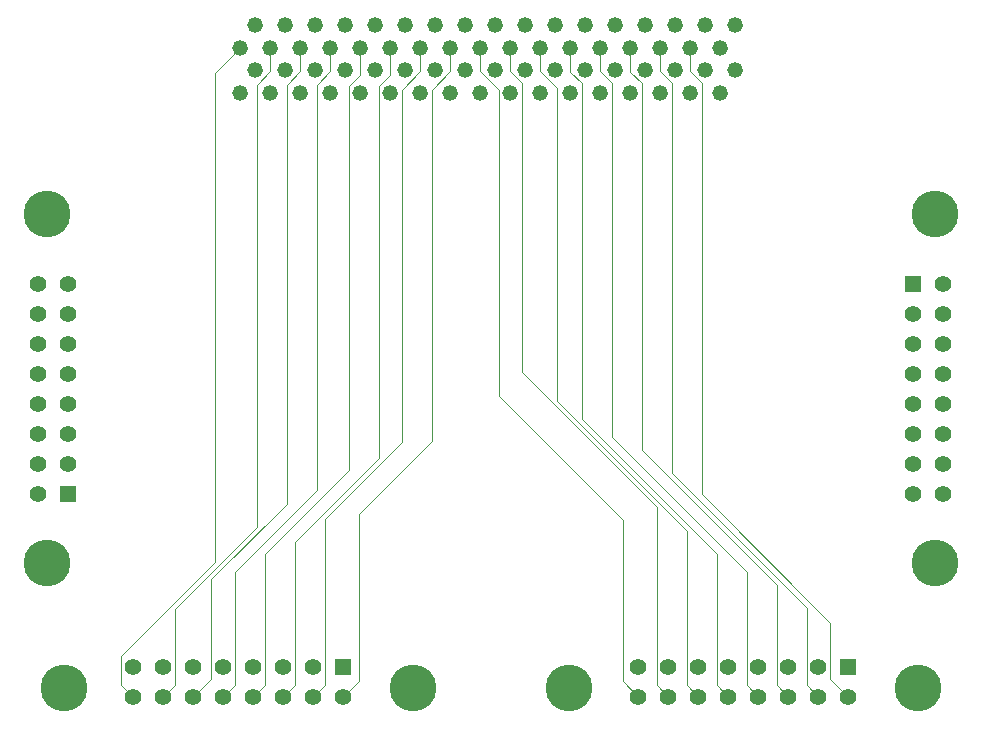
<source format=gbr>
%TF.GenerationSoftware,KiCad,Pcbnew,7.0.5-0*%
%TF.CreationDate,2023-07-18T13:45:43-04:00*%
%TF.ProjectId,quad_sipm,71756164-5f73-4697-906d-2e6b69636164,rev?*%
%TF.SameCoordinates,Original*%
%TF.FileFunction,Copper,L4,Bot*%
%TF.FilePolarity,Positive*%
%FSLAX46Y46*%
G04 Gerber Fmt 4.6, Leading zero omitted, Abs format (unit mm)*
G04 Created by KiCad (PCBNEW 7.0.5-0) date 2023-07-18 13:45:43*
%MOMM*%
%LPD*%
G01*
G04 APERTURE LIST*
%TA.AperFunction,ComponentPad*%
%ADD10R,1.397000X1.397000*%
%TD*%
%TA.AperFunction,ComponentPad*%
%ADD11C,1.397000*%
%TD*%
%TA.AperFunction,ComponentPad*%
%ADD12C,3.962400*%
%TD*%
%TA.AperFunction,ComponentPad*%
%ADD13C,1.320800*%
%TD*%
%TA.AperFunction,Conductor*%
%ADD14C,0.068580*%
%TD*%
G04 APERTURE END LIST*
D10*
%TO.P,U3,1,1*%
%TO.N,/31-*%
X130352800Y-116052600D03*
D11*
%TO.P,U3,2,2*%
%TO.N,/31+*%
X130352800Y-118592600D03*
%TO.P,U3,3,3*%
%TO.N,/30-*%
X127812800Y-116052600D03*
%TO.P,U3,4,4*%
%TO.N,/30+*%
X127812800Y-118592600D03*
%TO.P,U3,5,5*%
%TO.N,/29-*%
X125272800Y-116052600D03*
%TO.P,U3,6,6*%
%TO.N,/29+*%
X125272800Y-118592600D03*
%TO.P,U3,7,7*%
%TO.N,/28-*%
X122732800Y-116052600D03*
%TO.P,U3,8,8*%
%TO.N,/28+*%
X122732800Y-118592600D03*
%TO.P,U3,9,9*%
%TO.N,/27-*%
X120192800Y-116052600D03*
%TO.P,U3,10,10*%
%TO.N,/27+*%
X120192800Y-118592600D03*
%TO.P,U3,11,11*%
%TO.N,/26-*%
X117652800Y-116052600D03*
%TO.P,U3,12,12*%
%TO.N,/26+*%
X117652800Y-118592600D03*
%TO.P,U3,13,13*%
%TO.N,/25-*%
X115112800Y-116052600D03*
%TO.P,U3,14,14*%
%TO.N,/25+*%
X115112800Y-118592600D03*
%TO.P,U3,15,15*%
%TO.N,/24-*%
X112572800Y-116052600D03*
%TO.P,U3,16,16*%
%TO.N,/24+*%
X112572800Y-118592600D03*
D12*
%TO.P,U3,17*%
%TO.N,N/C*%
X136245600Y-117856000D03*
%TO.P,U3,18*%
X106680000Y-117856000D03*
%TD*%
D10*
%TO.P,U4,1,1*%
%TO.N,/15-*%
X135864600Y-83616800D03*
D11*
%TO.P,U4,2,2*%
%TO.N,/15+*%
X138404600Y-83616800D03*
%TO.P,U4,3,3*%
%TO.N,/14-*%
X135864600Y-86156800D03*
%TO.P,U4,4,4*%
%TO.N,/14+*%
X138404600Y-86156800D03*
%TO.P,U4,5,5*%
%TO.N,/13-*%
X135864600Y-88696800D03*
%TO.P,U4,6,6*%
%TO.N,/13+*%
X138404600Y-88696800D03*
%TO.P,U4,7,7*%
%TO.N,/12-*%
X135864600Y-91236800D03*
%TO.P,U4,8,8*%
%TO.N,/12+*%
X138404600Y-91236800D03*
%TO.P,U4,9,9*%
%TO.N,/11-*%
X135864600Y-93776800D03*
%TO.P,U4,10,10*%
%TO.N,/11+*%
X138404600Y-93776800D03*
%TO.P,U4,11,11*%
%TO.N,/10-*%
X135864600Y-96316800D03*
%TO.P,U4,12,12*%
%TO.N,/10+*%
X138404600Y-96316800D03*
%TO.P,U4,13,13*%
%TO.N,/9-*%
X135864600Y-98856800D03*
%TO.P,U4,14,14*%
%TO.N,/9+*%
X138404600Y-98856800D03*
%TO.P,U4,15,15*%
%TO.N,/8-*%
X135864600Y-101396800D03*
%TO.P,U4,16,16*%
%TO.N,/8+*%
X138404600Y-101396800D03*
D12*
%TO.P,U4,17*%
%TO.N,N/C*%
X137668000Y-77724000D03*
%TO.P,U4,18*%
X137668000Y-107289600D03*
%TD*%
%TO.P,U2,18*%
%TO.N,N/C*%
X63906400Y-117856000D03*
%TO.P,U2,17*%
X93472000Y-117856000D03*
D11*
%TO.P,U2,16,16*%
%TO.N,/16+*%
X69799200Y-118592600D03*
%TO.P,U2,15,15*%
%TO.N,/16-*%
X69799200Y-116052600D03*
%TO.P,U2,14,14*%
%TO.N,/17+*%
X72339200Y-118592600D03*
%TO.P,U2,13,13*%
%TO.N,/17-*%
X72339200Y-116052600D03*
%TO.P,U2,12,12*%
%TO.N,/18+*%
X74879200Y-118592600D03*
%TO.P,U2,11,11*%
%TO.N,/18-*%
X74879200Y-116052600D03*
%TO.P,U2,10,10*%
%TO.N,/19+*%
X77419200Y-118592600D03*
%TO.P,U2,9,9*%
%TO.N,/19-*%
X77419200Y-116052600D03*
%TO.P,U2,8,8*%
%TO.N,/20+*%
X79959200Y-118592600D03*
%TO.P,U2,7,7*%
%TO.N,/20-*%
X79959200Y-116052600D03*
%TO.P,U2,6,6*%
%TO.N,/21+*%
X82499200Y-118592600D03*
%TO.P,U2,5,5*%
%TO.N,/21-*%
X82499200Y-116052600D03*
%TO.P,U2,4,4*%
%TO.N,/22+*%
X85039200Y-118592600D03*
%TO.P,U2,3,3*%
%TO.N,/22-*%
X85039200Y-116052600D03*
%TO.P,U2,2,2*%
%TO.N,/23+*%
X87579200Y-118592600D03*
D10*
%TO.P,U2,1,1*%
%TO.N,/23-*%
X87579200Y-116052600D03*
%TD*%
%TO.P,U1,1,1*%
%TO.N,/7-*%
X64287400Y-101396800D03*
D11*
%TO.P,U1,2,2*%
%TO.N,/7+*%
X61747400Y-101396800D03*
%TO.P,U1,3,3*%
%TO.N,/6-*%
X64287400Y-98856800D03*
%TO.P,U1,4,4*%
%TO.N,/6+*%
X61747400Y-98856800D03*
%TO.P,U1,5,5*%
%TO.N,/5-*%
X64287400Y-96316800D03*
%TO.P,U1,6,6*%
%TO.N,/5+*%
X61747400Y-96316800D03*
%TO.P,U1,7,7*%
%TO.N,/4-*%
X64287400Y-93776800D03*
%TO.P,U1,8,8*%
%TO.N,/4+*%
X61747400Y-93776800D03*
%TO.P,U1,9,9*%
%TO.N,/3-*%
X64287400Y-91236800D03*
%TO.P,U1,10,10*%
%TO.N,/3+*%
X61747400Y-91236800D03*
%TO.P,U1,11,11*%
%TO.N,/2-*%
X64287400Y-88696800D03*
%TO.P,U1,12,12*%
%TO.N,/2+*%
X61747400Y-88696800D03*
%TO.P,U1,13,13*%
%TO.N,/1-*%
X64287400Y-86156800D03*
%TO.P,U1,14,14*%
%TO.N,/1+*%
X61747400Y-86156800D03*
%TO.P,U1,15,15*%
%TO.N,/0-*%
X64287400Y-83616800D03*
%TO.P,U1,16,16*%
%TO.N,/0+*%
X61747400Y-83616800D03*
D12*
%TO.P,U1,17*%
%TO.N,N/C*%
X62484000Y-107289600D03*
%TO.P,U1,18*%
X62484000Y-77724000D03*
%TD*%
D13*
%TO.P,J1,1,1*%
%TO.N,/0+*%
X78867000Y-67437000D03*
%TO.P,J1,2,2*%
%TO.N,/16+*%
X78867000Y-63627000D03*
%TO.P,J1,3,3*%
%TO.N,/0-*%
X80137000Y-65532000D03*
%TO.P,J1,4,4*%
%TO.N,/16-*%
X80137000Y-61722000D03*
%TO.P,J1,5,5*%
%TO.N,/1+*%
X81407000Y-67437000D03*
%TO.P,J1,6,6*%
%TO.N,/17+*%
X81407000Y-63627000D03*
%TO.P,J1,7,7*%
%TO.N,/1-*%
X82677000Y-65532000D03*
%TO.P,J1,8,8*%
%TO.N,/17-*%
X82677000Y-61722000D03*
%TO.P,J1,9,9*%
%TO.N,/2+*%
X83947000Y-67437000D03*
%TO.P,J1,10,10*%
%TO.N,/18+*%
X83947000Y-63627000D03*
%TO.P,J1,11,11*%
%TO.N,/2-*%
X85217000Y-65532000D03*
%TO.P,J1,12,12*%
%TO.N,/18-*%
X85217000Y-61722000D03*
%TO.P,J1,13,13*%
%TO.N,/3+*%
X86487000Y-67437000D03*
%TO.P,J1,14,14*%
%TO.N,/19+*%
X86487000Y-63627000D03*
%TO.P,J1,15,15*%
%TO.N,/3-*%
X87757000Y-65532000D03*
%TO.P,J1,16,16*%
%TO.N,/19-*%
X87757000Y-61722000D03*
%TO.P,J1,17,17*%
%TO.N,/4+*%
X89027000Y-67437000D03*
%TO.P,J1,18,18*%
%TO.N,/20+*%
X89027000Y-63627000D03*
%TO.P,J1,19,19*%
%TO.N,/4-*%
X90297000Y-65532000D03*
%TO.P,J1,20,20*%
%TO.N,/20-*%
X90297000Y-61722000D03*
%TO.P,J1,21,21*%
%TO.N,/5+*%
X91567000Y-67437000D03*
%TO.P,J1,22,22*%
%TO.N,/21+*%
X91567000Y-63627000D03*
%TO.P,J1,23,23*%
%TO.N,/5-*%
X92837000Y-65532000D03*
%TO.P,J1,24,24*%
%TO.N,/21-*%
X92837000Y-61722000D03*
%TO.P,J1,25,25*%
%TO.N,/6+*%
X94107000Y-67437000D03*
%TO.P,J1,26,26*%
%TO.N,/22+*%
X94107000Y-63627000D03*
%TO.P,J1,27,27*%
%TO.N,/6-*%
X95377000Y-65532000D03*
%TO.P,J1,28,28*%
%TO.N,/22-*%
X95377000Y-61722000D03*
%TO.P,J1,29,29*%
%TO.N,/7+*%
X96647000Y-67437000D03*
%TO.P,J1,30,30*%
%TO.N,/23+*%
X96647000Y-63627000D03*
%TO.P,J1,31,31*%
%TO.N,/7-*%
X97917000Y-65532000D03*
%TO.P,J1,32,32*%
%TO.N,/23-*%
X97917000Y-61722000D03*
%TO.P,J1,33,33*%
%TO.N,/8+*%
X99187000Y-67437000D03*
%TO.P,J1,34,34*%
%TO.N,/24+*%
X99187000Y-63627000D03*
%TO.P,J1,35,35*%
%TO.N,/8-*%
X100457000Y-65532000D03*
%TO.P,J1,36,36*%
%TO.N,/24-*%
X100457000Y-61722000D03*
%TO.P,J1,37,37*%
%TO.N,/9+*%
X101727000Y-67437000D03*
%TO.P,J1,38,38*%
%TO.N,/25+*%
X101727000Y-63627000D03*
%TO.P,J1,39,39*%
%TO.N,/9-*%
X102997000Y-65532000D03*
%TO.P,J1,40,40*%
%TO.N,/25-*%
X102997000Y-61722000D03*
%TO.P,J1,41,41*%
%TO.N,/10+*%
X104267000Y-67437000D03*
%TO.P,J1,42,42*%
%TO.N,/26+*%
X104267000Y-63627000D03*
%TO.P,J1,43,43*%
%TO.N,/10-*%
X105537000Y-65532000D03*
%TO.P,J1,44,44*%
%TO.N,/26-*%
X105537000Y-61722000D03*
%TO.P,J1,45,45*%
%TO.N,/11+*%
X106807000Y-67437000D03*
%TO.P,J1,46,46*%
%TO.N,/27+*%
X106807000Y-63627000D03*
%TO.P,J1,47,47*%
%TO.N,/11-*%
X108077000Y-65532000D03*
%TO.P,J1,48,48*%
%TO.N,/27-*%
X108077000Y-61722000D03*
%TO.P,J1,49,49*%
%TO.N,/12+*%
X109347000Y-67437000D03*
%TO.P,J1,50,50*%
%TO.N,/28+*%
X109347000Y-63627000D03*
%TO.P,J1,51,51*%
%TO.N,/12-*%
X110617000Y-65532000D03*
%TO.P,J1,52,52*%
%TO.N,/28-*%
X110617000Y-61722000D03*
%TO.P,J1,53,53*%
%TO.N,/13+*%
X111887000Y-67437000D03*
%TO.P,J1,54,54*%
%TO.N,/29+*%
X111887000Y-63627000D03*
%TO.P,J1,55,55*%
%TO.N,/13-*%
X113157000Y-65532000D03*
%TO.P,J1,56,56*%
%TO.N,/29-*%
X113157000Y-61722000D03*
%TO.P,J1,57,57*%
%TO.N,/14+*%
X114427000Y-67437000D03*
%TO.P,J1,58,58*%
%TO.N,/30+*%
X114427000Y-63627000D03*
%TO.P,J1,59,59*%
%TO.N,/14-*%
X115697000Y-65532000D03*
%TO.P,J1,60,60*%
%TO.N,/30-*%
X115697000Y-61722000D03*
%TO.P,J1,61,61*%
%TO.N,/15+*%
X116967000Y-67437000D03*
%TO.P,J1,62,62*%
%TO.N,/31+*%
X116967000Y-63627000D03*
%TO.P,J1,63,63*%
%TO.N,/15-*%
X118237000Y-65532000D03*
%TO.P,J1,64,64*%
%TO.N,/31-*%
X118237000Y-61722000D03*
%TO.P,J1,65,65*%
%TO.N,unconnected-(J1-Pad65)*%
X119507000Y-67437000D03*
%TO.P,J1,66,66*%
%TO.N,unconnected-(J1-Pad66)*%
X119507000Y-63627000D03*
%TO.P,J1,67,67*%
%TO.N,unconnected-(J1-Pad67)*%
X120777000Y-65532000D03*
%TO.P,J1,68,68*%
%TO.N,unconnected-(J1-Pad68)*%
X120777000Y-61722000D03*
%TD*%
D14*
%TO.N,/24+*%
X111252000Y-117271800D02*
X111252000Y-103632000D01*
X112572800Y-118592600D02*
X111252000Y-117271800D01*
X111252000Y-103632000D02*
X100766600Y-93146600D01*
X100766600Y-93146600D02*
X100766600Y-67199811D01*
X100766600Y-67199811D02*
X99187000Y-65620211D01*
X99187000Y-65620211D02*
X99187000Y-63627000D01*
%TO.N,/25+*%
X115112800Y-118592600D02*
X114114300Y-117594100D01*
X114114300Y-117594100D02*
X114114300Y-102545672D01*
X114114300Y-102545672D02*
X102687400Y-91118772D01*
X102687400Y-91118772D02*
X102687400Y-66580611D01*
X102687400Y-66580611D02*
X101727000Y-65620211D01*
X101727000Y-65620211D02*
X101727000Y-63627000D01*
%TO.N,/26+*%
X117652800Y-118592600D02*
X116654300Y-117594100D01*
X116654300Y-117594100D02*
X116654300Y-104519986D01*
X116654300Y-104519986D02*
X105664000Y-93529686D01*
X105664000Y-93529686D02*
X105664000Y-67017211D01*
X105664000Y-67017211D02*
X104267000Y-65620211D01*
X104267000Y-65620211D02*
X104267000Y-63627000D01*
%TO.N,/27+*%
X120192800Y-118592600D02*
X119194653Y-117594453D01*
X119194653Y-106494653D02*
X107767400Y-95067400D01*
X107767400Y-66619400D02*
X106807000Y-65659000D01*
X119194653Y-117594453D02*
X119194653Y-106494653D01*
X107767400Y-95067400D02*
X107767400Y-66619400D01*
X106807000Y-65659000D02*
X106807000Y-63627000D01*
%TO.N,/28+*%
X122732800Y-118592600D02*
X121734300Y-117594100D01*
X121734300Y-108018300D02*
X110307400Y-96591400D01*
X121734300Y-117594100D02*
X121734300Y-108018300D01*
X109347000Y-65620211D02*
X109347000Y-63627000D01*
X110307400Y-96591400D02*
X110307400Y-66580611D01*
X110307400Y-66580611D02*
X109347000Y-65620211D01*
%TO.N,/29+*%
X125272800Y-118592600D02*
X124274653Y-117594453D01*
X124274653Y-117594453D02*
X124274653Y-109092339D01*
X111887000Y-65659000D02*
X111887000Y-63627000D01*
X124274653Y-109092339D02*
X112847400Y-97665086D01*
X112847400Y-97665086D02*
X112847400Y-66619400D01*
X112847400Y-66619400D02*
X111887000Y-65659000D01*
%TO.N,/30+*%
X127812800Y-118592600D02*
X126814300Y-117594100D01*
X126814300Y-117594100D02*
X126814300Y-111066300D01*
X126814300Y-111066300D02*
X115387400Y-99639400D01*
X115387400Y-99639400D02*
X115387400Y-66580611D01*
X114427000Y-65620211D02*
X114427000Y-63627000D01*
X115387400Y-66580611D02*
X114427000Y-65620211D01*
%TO.N,/31+*%
X130352800Y-118592600D02*
X128811300Y-117051100D01*
X128811300Y-117051100D02*
X128811300Y-112327004D01*
X128811300Y-112327004D02*
X117927400Y-101443104D01*
X117927400Y-101443104D02*
X117927400Y-66580611D01*
X117927400Y-66580611D02*
X116967000Y-65620211D01*
X116967000Y-65620211D02*
X116967000Y-63627000D01*
%TO.N,/23+*%
X88900000Y-117271800D02*
X88900000Y-103124000D01*
X96647000Y-65620211D02*
X96647000Y-63627000D01*
X87579200Y-118592600D02*
X88900000Y-117271800D01*
X88900000Y-103124000D02*
X95067400Y-96956600D01*
X95067400Y-96956600D02*
X95067400Y-67199811D01*
X95067400Y-67199811D02*
X96647000Y-65620211D01*
%TO.N,/22+*%
X85039200Y-118592600D02*
X86037700Y-117594100D01*
X86037700Y-117594100D02*
X86037700Y-103503986D01*
X94107000Y-65620211D02*
X94107000Y-63627000D01*
X86037700Y-103503986D02*
X92527400Y-97014286D01*
X92527400Y-67199811D02*
X94107000Y-65620211D01*
X92527400Y-97014286D02*
X92527400Y-67199811D01*
%TO.N,/21+*%
X82499200Y-118592600D02*
X83497700Y-117594100D01*
X90606600Y-66873400D02*
X91567000Y-65913000D01*
X83497700Y-117594100D02*
X83497700Y-105478300D01*
X83497700Y-105478300D02*
X90606600Y-98369400D01*
X90606600Y-98369400D02*
X90606600Y-66873400D01*
X91567000Y-65913000D02*
X91567000Y-63627000D01*
%TO.N,/20+*%
X79959200Y-118592600D02*
X80957700Y-117594100D01*
X80957700Y-106494300D02*
X88066600Y-99385400D01*
X80957700Y-117594100D02*
X80957700Y-106494300D01*
X88066600Y-99385400D02*
X88066600Y-66873400D01*
X89027000Y-65913000D02*
X89027000Y-63627000D01*
X88066600Y-66873400D02*
X89027000Y-65913000D01*
%TO.N,/19+*%
X77419200Y-118592600D02*
X78417700Y-117594100D01*
X78417700Y-117594100D02*
X78417700Y-108018300D01*
X78417700Y-108018300D02*
X85344000Y-101092000D01*
X85344000Y-101092000D02*
X85344000Y-66763211D01*
X85344000Y-66763211D02*
X86487000Y-65620211D01*
X86487000Y-65620211D02*
X86487000Y-63627000D01*
%TO.N,/18+*%
X74879200Y-118592600D02*
X76420700Y-117051100D01*
X76420700Y-117051100D02*
X76420700Y-108606672D01*
X76420700Y-108606672D02*
X82804000Y-102223372D01*
X82804000Y-102223372D02*
X82804000Y-66763211D01*
X82804000Y-66763211D02*
X83947000Y-65620211D01*
X83947000Y-65620211D02*
X83947000Y-63627000D01*
%TO.N,/17+*%
X72339200Y-118592600D02*
X73337700Y-117594100D01*
X73337700Y-117594100D02*
X73337700Y-111123986D01*
X80264000Y-66763211D02*
X81407000Y-65620211D01*
X73337700Y-111123986D02*
X80264000Y-104197686D01*
X80264000Y-104197686D02*
X80264000Y-66763211D01*
X81407000Y-65620211D02*
X81407000Y-63627000D01*
%TO.N,/16+*%
X69799200Y-118592600D02*
X68800700Y-117594100D01*
X76708000Y-107188000D02*
X76708000Y-65786000D01*
X68800700Y-117594100D02*
X68800700Y-115095300D01*
X76708000Y-65786000D02*
X78867000Y-63627000D01*
X68800700Y-115095300D02*
X76708000Y-107188000D01*
%TD*%
M02*

</source>
